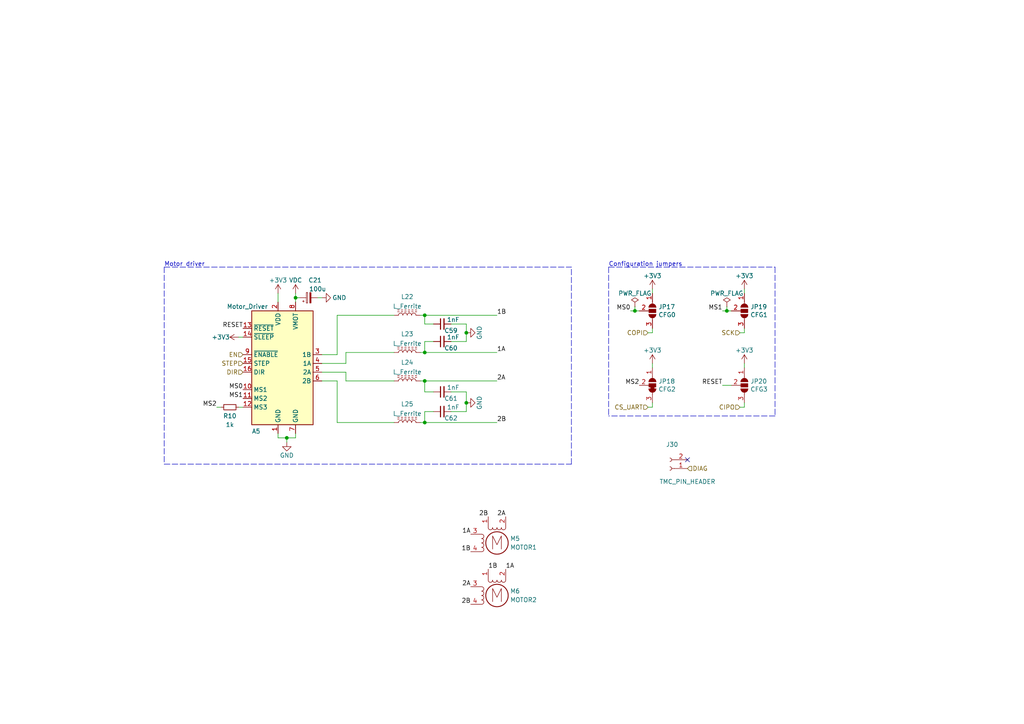
<source format=kicad_sch>
(kicad_sch (version 20211123) (generator eeschema)
  (paper "A4")
  (title_block (title "LumenPnP Motherboard") (date "2022-09-09") (rev "004A") (company "Opulo") (comment 1 "Reengineered by Magpie"))
  (lib_symbols
    (symbol "Connector:Conn_01x02_Female" (pin_names (offset 1.016) hide)
      (property "Reference" "J" (at 0 2.54 0))
      (property "Value" "Conn_01x02_Female" (at 0 -5.08 0))
      (symbol "Conn_01x02_Female_1_1"
        (arc (start 0 -2.032) (mid -0.508 -2.54) (end 0 -3.048) (stroke (width 0.1524)))
        (polyline (pts (xy -1.27 -2.54) (xy -0.508 -2.54)) (stroke (width 0.1524)))
        (polyline (pts (xy -1.27 0) (xy -0.508 0)) (stroke (width 0.1524)))
        (arc (start 0 0.508) (mid -0.508 0) (end 0 -0.508) (stroke (width 0.1524)))
        (pin passive line (at -5.08 0 0) (length 3.81) (name "Pin_1") (number "1"))
        (pin passive line (at -5.08 -2.54 0) (length 3.81) (name "Pin_2") (number "2"))
      )
    )
    (symbol "Device:C_Polarized_Small" (pin_numbers hide) (pin_names (offset 0.254) hide)
      (property "Reference" "C" (at 0.254 1.778 0))
      (property "Value" "C_Polarized_Small" (at 0.254 -2.032 0))
      (symbol "C_Polarized_Small_0_1"
        (rectangle (start -1.524 -0.3048) (end 1.524 -0.6858) (fill (type outline)))
        (rectangle (start -1.524 0.6858) (end 1.524 0.3048))
        (polyline (pts (xy -1.27 1.524) (xy -0.762 1.524)))
        (polyline (pts (xy -1.016 1.27) (xy -1.016 1.778)))
      )
      (symbol "C_Polarized_Small_1_1"
        (pin passive line (at 0 2.54 270) (length 1.8542) (name "~") (number "1"))
        (pin passive line (at 0 -2.54 90) (length 1.8542) (name "~") (number "2"))
      )
    )
    (symbol "Device:C_Small" (pin_numbers hide) (pin_names (offset 0.254) hide)
      (property "Reference" "C" (at 0.254 1.778 0))
      (property "Value" "C_Small" (at 0.254 -2.032 0))
      (symbol "C_Small_0_1"
        (polyline (pts (xy -1.524 -0.508) (xy 1.524 -0.508)) (stroke (width 0.3302)))
        (polyline (pts (xy -1.524 0.508) (xy 1.524 0.508)) (stroke (width 0.3048)))
      )
      (symbol "C_Small_1_1"
        (pin passive line (at 0 2.54 270) (length 2.032) (name "~") (number "1"))
        (pin passive line (at 0 -2.54 90) (length 2.032) (name "~") (number "2"))
      )
    )
    (symbol "Device:L_Ferrite" (pin_numbers hide) (pin_names (offset 1.016) hide)
      (property "Reference" "L" (at -1.27 0 90))
      (property "Value" "L_Ferrite" (at 2.794 0 90))
      (symbol "L_Ferrite_0_1"
        (arc (start 0 -2.54) (mid 0.635 -1.905) (end 0 -1.27))
        (arc (start 0 -1.27) (mid 0.635 -0.635) (end 0 0))
        (polyline (pts (xy 1.016 -2.794) (xy 1.016 -2.286)))
        (polyline (pts (xy 1.016 -1.778) (xy 1.016 -1.27)))
        (polyline (pts (xy 1.016 -0.762) (xy 1.016 -0.254)))
        (polyline (pts (xy 1.016 0.254) (xy 1.016 0.762)))
        (polyline (pts (xy 1.016 1.27) (xy 1.016 1.778)))
        (polyline (pts (xy 1.016 2.286) (xy 1.016 2.794)))
        (polyline (pts (xy 1.524 -2.286) (xy 1.524 -2.794)))
        (polyline (pts (xy 1.524 -1.27) (xy 1.524 -1.778)))
        (polyline (pts (xy 1.524 -0.254) (xy 1.524 -0.762)))
        (polyline (pts (xy 1.524 0.762) (xy 1.524 0.254)))
        (polyline (pts (xy 1.524 1.778) (xy 1.524 1.27)))
        (polyline (pts (xy 1.524 2.794) (xy 1.524 2.286)))
        (arc (start 0 0) (mid 0.635 0.635) (end 0 1.27))
        (arc (start 0 1.27) (mid 0.635 1.905) (end 0 2.54))
      )
      (symbol "L_Ferrite_1_1"
        (pin passive line (at 0 3.81 270) (length 1.27) (name "1") (number "1"))
        (pin passive line (at 0 -3.81 90) (length 1.27) (name "2") (number "2"))
      )
    )
    (symbol "Device:R_Small" (pin_numbers hide) (pin_names (offset 0.254) hide)
      (property "Reference" "R" (at 0.762 0.508 0))
      (property "Value" "R_Small" (at 0.762 -1.016 0))
      (symbol "R_Small_0_1"
        (rectangle (start -0.762 1.778) (end 0.762 -1.778) (stroke (width 0.2032)))
      )
      (symbol "R_Small_1_1"
        (pin passive line (at 0 2.54 270) (length 0.762) (name "~") (number "1"))
        (pin passive line (at 0 -2.54 90) (length 0.762) (name "~") (number "2"))
      )
    )
    (symbol "Driver_Motor:Pololu_Breakout_A4988"
      (property "Reference" "A" (at -2.54 19.05 0))
      (property "Value" "Pololu_Breakout_A4988" (at -2.54 16.51 0))
      (symbol "Pololu_Breakout_A4988_0_1"
        (rectangle (start 10.16 -17.78) (end -7.62 15.24) (stroke (width 0.254)) (fill (type background)))
      )
      (symbol "Pololu_Breakout_A4988_1_1"
        (pin power_in line (at 0 -20.32 90) (length 2.54) (name "GND") (number "1"))
        (pin input line (at -10.16 -7.62 0) (length 2.54) (name "MS1") (number "10"))
        (pin input line (at -10.16 -10.16 0) (length 2.54) (name "MS2") (number "11"))
        (pin input line (at -10.16 -12.7 0) (length 2.54) (name "MS3") (number "12"))
        (pin input line (at -10.16 10.16 0) (length 2.54) (name "~{RESET}") (number "13"))
        (pin input line (at -10.16 7.62 0) (length 2.54) (name "~{SLEEP}") (number "14"))
        (pin input line (at -10.16 0 0) (length 2.54) (name "STEP") (number "15"))
        (pin input line (at -10.16 -2.54 0) (length 2.54) (name "DIR") (number "16"))
        (pin power_in line (at 0 17.78 270) (length 2.54) (name "VDD") (number "2"))
        (pin output line (at 12.7 2.54 180) (length 2.54) (name "1B") (number "3"))
        (pin output line (at 12.7 0 180) (length 2.54) (name "1A") (number "4"))
        (pin output line (at 12.7 -2.54 180) (length 2.54) (name "2A") (number "5"))
        (pin output line (at 12.7 -5.08 180) (length 2.54) (name "2B") (number "6"))
        (pin power_in line (at 5.08 -20.32 90) (length 2.54) (name "GND") (number "7"))
        (pin power_in line (at 5.08 17.78 270) (length 2.54) (name "VMOT") (number "8"))
        (pin input line (at -10.16 2.54 0) (length 2.54) (name "~{ENABLE}") (number "9"))
      )
    )
    (symbol "Jumper:SolderJumper_3_Open" (pin_names (offset 0) hide)
      (property "Reference" "JP" (at -2.54 -2.54 0))
      (property "Value" "SolderJumper_3_Open" (at 0 2.794 0))
      (symbol "SolderJumper_3_Open_0_1"
        (arc (start -1.016 1.016) (mid -2.032 0) (end -1.016 -1.016))
        (arc (start -1.016 1.016) (mid -2.032 0) (end -1.016 -1.016) (fill (type outline)))
        (rectangle (start -0.508 1.016) (end 0.508 -1.016) (fill (type outline)))
        (polyline (pts (xy -2.54 0) (xy -2.032 0)))
        (polyline (pts (xy -1.016 1.016) (xy -1.016 -1.016)))
        (polyline (pts (xy 0 -1.27) (xy 0 -1.016)))
        (polyline (pts (xy 1.016 1.016) (xy 1.016 -1.016)))
        (polyline (pts (xy 2.54 0) (xy 2.032 0)))
        (arc (start 1.016 -1.016) (mid 2.032 0) (end 1.016 1.016))
        (arc (start 1.016 -1.016) (mid 2.032 0) (end 1.016 1.016) (fill (type outline)))
      )
      (symbol "SolderJumper_3_Open_1_1"
        (pin passive line (at -5.08 0 0) (length 2.54) (name "A") (number "1"))
        (pin passive line (at 0 -3.81 90) (length 2.54) (name "C") (number "2"))
        (pin passive line (at 5.08 0 180) (length 2.54) (name "B") (number "3"))
      )
    )
    (symbol "Motor:Stepper_Motor_bipolar" (pin_names (offset 0) hide)
      (property "Reference" "M" (at 3.81 2.54 0))
      (property "Value" "Stepper_Motor_bipolar" (at 3.81 1.27 0))
      (symbol "Stepper_Motor_bipolar_0_0"
        (polyline (pts (xy -1.27 -1.778) (xy -1.27 2.032) (xy 0 -0.508) (xy 1.27 2.032) (xy 1.27 -1.778)))
      )
      (symbol "Stepper_Motor_bipolar_0_1"
        (arc (start -4.445 -2.54) (mid -3.81 -1.905) (end -4.445 -1.27))
        (arc (start -4.445 -1.27) (mid -3.81 -0.635) (end -4.445 0))
        (arc (start -4.445 0) (mid -3.81 0.635) (end -4.445 1.27))
        (arc (start -4.445 1.27) (mid -3.81 1.905) (end -4.445 2.54))
        (arc (start -2.54 4.445) (mid -1.905 3.81) (end -1.27 4.445))
        (arc (start -1.27 4.445) (mid -0.635 3.81) (end 0 4.445))
        (polyline (pts (xy -5.08 -2.54) (xy -4.445 -2.54)))
        (polyline (pts (xy -5.08 2.54) (xy -4.445 2.54)))
        (polyline (pts (xy -2.54 5.08) (xy -2.54 4.445)))
        (polyline (pts (xy 2.54 5.08) (xy 2.54 4.445)))
        (circle (center 0 0) (radius 3.2512) (stroke (width 0.254)))
        (arc (start 0 4.445) (mid 0.635 3.81) (end 1.27 4.445))
        (arc (start 1.27 4.445) (mid 1.905 3.81) (end 2.54 4.445))
      )
      (symbol "Stepper_Motor_bipolar_1_1"
        (pin passive line (at -2.54 7.62 270) (length 2.54) (name "~") (number "1"))
        (pin passive line (at 2.54 7.62 270) (length 2.54) (name "-") (number "2"))
        (pin passive line (at -7.62 2.54 0) (length 2.54) (name "~") (number "3"))
        (pin passive line (at -7.62 -2.54 0) (length 2.54) (name "~") (number "4"))
      )
    )
    (symbol "index:SolderJumper_3_Bridged23" (pin_names (offset 0) hide)
      (property "Reference" "JP" (at -2.54 -2.54 0))
      (property "Value" "SolderJumper_3_Bridged23" (at 0 2.794 0))
      (symbol "SolderJumper_3_Bridged23_0_1"
        (rectangle (start -1.016 0.508) (end -0.508 -0.508) (fill (type outline)))
        (arc (start -1.016 1.016) (mid -2.032 0) (end -1.016 -1.016))
        (arc (start -1.016 1.016) (mid -2.032 0) (end -1.016 -1.016) (fill (type outline)))
        (rectangle (start -0.508 1.016) (end 0.508 -1.016) (fill (type outline)))
        (polyline (pts (xy -2.54 0) (xy -2.032 0)))
        (polyline (pts (xy -1.016 1.016) (xy -1.016 -1.016)))
        (polyline (pts (xy 0 -1.27) (xy 0 -1.016)))
        (polyline (pts (xy 1.016 1.016) (xy 1.016 -1.016)))
        (polyline (pts (xy 2.54 0) (xy 2.032 0)))
        (arc (start 1.016 -1.016) (mid 2.032 0) (end 1.016 1.016))
        (arc (start 1.016 -1.016) (mid 2.032 0) (end 1.016 1.016) (fill (type outline)))
      )
      (symbol "SolderJumper_3_Bridged23_1_1"
        (pin passive line (at 5.08 0 180) (length 2.54) (name "B") (number "1"))
        (pin input line (at 0 -3.81 90) (length 2.54) (name "C") (number "2"))
        (pin passive line (at -5.08 0 0) (length 2.54) (name "A") (number "3"))
      )
    )
    (symbol "power:+3.3V" (power) (pin_names (offset 0))
      (property "Value" "+3.3V" (at 0 3.556 0))
      (symbol "+3.3V_0_1"
        (polyline (pts (xy -0.762 1.27) (xy 0 2.54)))
        (polyline (pts (xy 0 0) (xy 0 2.54)))
        (polyline (pts (xy 0 2.54) (xy 0.762 1.27)))
      )
      (symbol "+3.3V_1_1"
        (pin power_in line (at 0 0 90) (length 0) hide (name "+3V3") (number "1"))
      )
    )
    (symbol "power:+3V3" (power) (pin_names (offset 0))
      (property "Value" "+3V3" (at 0 3.556 0))
      (symbol "+3V3_0_1"
        (polyline (pts (xy -0.762 1.27) (xy 0 2.54)))
        (polyline (pts (xy 0 0) (xy 0 2.54)))
        (polyline (pts (xy 0 2.54) (xy 0.762 1.27)))
      )
      (symbol "+3V3_1_1"
        (pin power_in line (at 0 0 90) (length 0) hide (name "+3V3") (number "1"))
      )
    )
    (symbol "power:GND" (power) (pin_names (offset 0))
      (property "Value" "GND" (at 0 -3.81 0))
      (symbol "GND_0_1"
        (polyline (pts (xy 0 0) (xy 0 -1.27) (xy 1.27 -1.27) (xy 0 -2.54) (xy -1.27 -1.27) (xy 0 -1.27)))
      )
      (symbol "GND_1_1"
        (pin power_in line (at 0 0 270) (length 0) hide (name "GND") (number "1"))
      )
    )
    (symbol "power:PWR_FLAG" (power) (pin_numbers hide) (pin_names (offset 0) hide)
      (property "Value" "PWR_FLAG" (at 0 3.81 0))
      (symbol "PWR_FLAG_0_0"
        (pin power_out line (at 0 0 90) (length 0) (name "pwr") (number "1"))
      )
      (symbol "PWR_FLAG_0_1"
        (polyline (pts (xy 0 0) (xy 0 1.27) (xy -1.016 1.905) (xy 0 2.54) (xy 1.016 1.905) (xy 0 1.27)))
      )
    )
    (symbol "power:VDC" (power) (pin_names (offset 0))
      (property "Value" "VDC" (at 0 6.35 0))
      (symbol "VDC_0_1"
        (polyline (pts (xy -0.762 1.27) (xy 0 2.54)))
        (polyline (pts (xy 0 0) (xy 0 2.54)))
        (polyline (pts (xy 0 2.54) (xy 0.762 1.27)))
      )
      (symbol "VDC_1_1"
        (pin power_in line (at 0 0 90) (length 0) hide (name "VDC") (number "1"))
      )
    )
  )
  (junction (at 123.19 91.44))
  (junction (at 135.255 96.52))
  (junction (at 135.255 116.84))
  (junction (at 83.185 127))
  (junction (at 123.19 102.235))
  (junction (at 123.19 110.49))
  (junction (at 123.19 122.555))
  (junction (at 85.725 86.36))
  (junction (at 184.15 90.17))
  (junction (at 210.82 90.17))
  (no_connect (at 199.39 133.35))
  (polyline (pts (xy 47.625 77.47) (xy 47.625 134.62)))
  (wire (pts (xy 189.23 118.11) (xy 189.23 116.84)))
  (wire (pts (xy 135.255 93.98) (xy 130.81 93.98)))
  (wire (pts (xy 100.33 107.95) (xy 100.33 110.49)))
  (wire (pts (xy 100.33 102.235) (xy 114.3 102.235)))
  (wire (pts (xy 123.19 102.235) (xy 144.145 102.235)))
  (wire (pts (xy 189.23 83.82) (xy 189.23 85.09)))
  (wire (pts (xy 189.23 105.41) (xy 189.23 106.68)))
  (polyline (pts (xy 165.735 134.62) (xy 165.735 77.47)))
  (wire (pts (xy 80.645 127) (xy 83.185 127)))
  (wire (pts (xy 123.19 122.555) (xy 123.19 119.38)))
  (wire (pts (xy 93.345 107.95) (xy 100.33 107.95)))
  (wire (pts (xy 123.19 119.38) (xy 125.73 119.38)))
  (wire (pts (xy 100.33 110.49) (xy 114.3 110.49)))
  (wire (pts (xy 187.96 118.11) (xy 189.23 118.11)))
  (wire (pts (xy 184.15 88.9) (xy 184.15 90.17)))
  (wire (pts (xy 121.92 122.555) (xy 123.19 122.555)))
  (wire (pts (xy 93.345 110.49) (xy 97.79 110.49)))
  (polyline (pts (xy 176.53 77.47) (xy 224.79 77.47)))
  (wire (pts (xy 97.79 102.87) (xy 97.79 91.44)))
  (wire (pts (xy 80.645 125.73) (xy 80.645 127)))
  (wire (pts (xy 135.255 113.665) (xy 135.255 116.84)))
  (wire (pts (xy 93.345 105.41) (xy 100.33 105.41)))
  (wire (pts (xy 214.63 118.11) (xy 215.9 118.11)))
  (wire (pts (xy 80.645 85.09) (xy 80.645 87.63)))
  (wire (pts (xy 123.19 93.98) (xy 125.73 93.98)))
  (wire (pts (xy 135.255 96.52) (xy 135.255 93.98)))
  (wire (pts (xy 85.725 85.09) (xy 85.725 86.36)))
  (wire (pts (xy 121.92 110.49) (xy 123.19 110.49)))
  (wire (pts (xy 135.255 99.06) (xy 135.255 96.52)))
  (wire (pts (xy 123.19 91.44) (xy 144.145 91.44)))
  (wire (pts (xy 123.19 102.235) (xy 123.19 99.06)))
  (wire (pts (xy 62.865 118.11) (xy 64.135 118.11)))
  (wire (pts (xy 97.79 110.49) (xy 97.79 122.555)))
  (wire (pts (xy 210.82 88.9) (xy 210.82 90.17)))
  (wire (pts (xy 85.725 86.36) (xy 86.995 86.36)))
  (wire (pts (xy 123.19 91.44) (xy 123.19 93.98)))
  (wire (pts (xy 100.33 105.41) (xy 100.33 102.235)))
  (wire (pts (xy 93.345 102.87) (xy 97.79 102.87)))
  (wire (pts (xy 123.19 113.665) (xy 125.73 113.665)))
  (wire (pts (xy 189.23 96.52) (xy 189.23 95.25)))
  (wire (pts (xy 135.255 119.38) (xy 130.81 119.38)))
  (wire (pts (xy 85.725 86.36) (xy 85.725 87.63)))
  (wire (pts (xy 130.81 113.665) (xy 135.255 113.665)))
  (polyline (pts (xy 224.79 120.65) (xy 176.53 120.65)))
  (wire (pts (xy 123.19 110.49) (xy 123.19 113.665)))
  (wire (pts (xy 83.185 127) (xy 83.185 128.27)))
  (wire (pts (xy 209.55 90.17) (xy 210.82 90.17)))
  (wire (pts (xy 187.96 96.52) (xy 189.23 96.52)))
  (wire (pts (xy 121.92 91.44) (xy 123.19 91.44)))
  (wire (pts (xy 184.15 90.17) (xy 185.42 90.17)))
  (wire (pts (xy 215.9 105.41) (xy 215.9 106.68)))
  (wire (pts (xy 215.9 96.52) (xy 215.9 95.25)))
  (polyline (pts (xy 47.625 77.47) (xy 165.735 77.47)))
  (wire (pts (xy 182.88 90.17) (xy 184.15 90.17)))
  (wire (pts (xy 215.9 83.82) (xy 215.9 85.09)))
  (wire (pts (xy 130.81 99.06) (xy 135.255 99.06)))
  (wire (pts (xy 214.63 96.52) (xy 215.9 96.52)))
  (wire (pts (xy 97.79 122.555) (xy 114.3 122.555)))
  (polyline (pts (xy 224.79 77.47) (xy 224.79 120.65)))
  (wire (pts (xy 85.725 125.73) (xy 85.725 127)))
  (wire (pts (xy 97.79 91.44) (xy 114.3 91.44)))
  (polyline (pts (xy 176.53 77.47) (xy 176.53 120.65)))
  (wire (pts (xy 69.215 97.79) (xy 70.485 97.79)))
  (wire (pts (xy 123.19 110.49) (xy 144.145 110.49)))
  (wire (pts (xy 83.185 127) (xy 85.725 127)))
  (wire (pts (xy 215.9 118.11) (xy 215.9 116.84)))
  (wire (pts (xy 121.92 102.235) (xy 123.19 102.235)))
  (polyline (pts (xy 47.625 134.62) (xy 165.735 134.62)))
  (wire (pts (xy 69.215 118.11) (xy 70.485 118.11)))
  (wire (pts (xy 123.19 122.555) (xy 144.145 122.555)))
  (wire (pts (xy 123.19 99.06) (xy 125.73 99.06)))
  (wire (pts (xy 92.075 86.36) (xy 93.345 86.36)))
  (wire (pts (xy 210.82 90.17) (xy 212.09 90.17)))
  (wire (pts (xy 135.255 116.84) (xy 135.255 119.38)))
  (wire (pts (xy 209.55 111.76) (xy 212.09 111.76)))
  (text "Configuration jumpers" (at 176.53 77.47 0) (effects (font (size 1.27 1.27)) (justify left bottom)))
  (text "Motor driver" (at 47.625 77.47 0) (effects (font (size 1.27 1.27)) (justify left bottom)))
  (label "2A" (at 144.145 110.49 0))
  (label "2B" (at 144.145 122.555 0))
  (label "2A" (at 136.525 170.18 180))
  (label "2B" (at 136.525 175.26 180))
  (label "RESET" (at 209.55 111.76 180))
  (label "MS2" (at 62.865 118.11 180))
  (label "MS2" (at 185.42 111.76 180))
  (label "1B" (at 144.145 91.44 0))
  (label "RESET" (at 70.485 95.25 180))
  (label "2A" (at 146.685 149.86 180))
  (label "1B" (at 136.525 160.02 180))
  (label "1A" (at 136.525 154.94 180))
  (label "MS0" (at 70.485 113.03 180))
  (label "MS1" (at 209.55 90.17 180))
  (label "2B" (at 141.605 149.86 180))
  (label "1A" (at 146.685 165.1 0))
  (label "1A" (at 144.145 102.235 0))
  (label "MS1" (at 70.485 115.57 180))
  (label "1B" (at 141.605 165.1 0))
  (label "MS0" (at 182.88 90.17 180))
  (hierarchical_label "DIR" (shape input) (at 70.485 107.95 180))
  (hierarchical_label "COPI" (shape input) (at 187.96 96.52 180))
  (hierarchical_label "SCK" (shape input) (at 214.63 96.52 180))
  (hierarchical_label "CIPO" (shape input) (at 214.63 118.11 180))
  (hierarchical_label "DIAG" (shape input) (at 199.39 135.89 0))
  (hierarchical_label "EN" (shape input) (at 70.485 102.87 180))
  (hierarchical_label "CS_UART" (shape input) (at 187.96 118.11 180))
  (hierarchical_label "STEP" (shape input) (at 70.485 105.41 180))
  (symbol (lib_id "power:+3V3") (at 80.645 85.09 0) (unit 1)
    (property "Reference" "#PWR066" (effects hide))
    (property "Value" "+3V3" (at 80.645 81.28 0))
  )
  (symbol (lib_id "power:GND") (at 83.185 128.27 0) (unit 1)
    (property "Reference" "#PWR067" (effects hide))
    (property "Value" "GND" (at 83.185 132.08 0))
  )
  (symbol (lib_id "power:+3.3V") (at 69.215 97.79 90) (unit 1)
    (property "Reference" "#PWR065" (effects hide))
    (property "Value" "+3.3V" (at 66.675 97.79 90) (effects (justify left)))
  )
  (symbol (lib_id "Motor:Stepper_Motor_bipolar") (at 144.145 172.72 0) (unit 1)
    (property "Reference" "M6" (at 147.955 171.45 0) (effects (justify left)))
    (property "Value" "MOTOR2" (at 147.955 173.99 0) (effects (justify left)))
    (property "Footprint" "Connector_JST:JST_XH_B4B-XH-A_1x04_P2.50mm_Vertical" (effects hide))
    (property "Datasheet" "http://www.infineon.com/dgdl/Application-Note-TLE8110EE_driving_UniPolarStepperMotor_V1.1.pdf?fileId=db3a30431be39b97011be5d0aa0a00b0" (effects hide))
    (property "LCSC" "C37815" (effects hide))
    (property "JLCPCB" "C37815" (effects hide))
    (property "Digikey" "455-2249-ND" (effects hide))
  )
  (symbol (lib_id "Motor:Stepper_Motor_bipolar") (at 144.145 157.48 0) (unit 1)
    (property "Reference" "M5" (at 147.955 156.21 0) (effects (justify left)))
    (property "Value" "MOTOR1" (at 147.955 158.75 0) (effects (justify left)))
    (property "Footprint" "Connector_JST:JST_XH_B4B-XH-A_1x04_P2.50mm_Vertical" (effects hide))
    (property "Datasheet" "http://www.infineon.com/dgdl/Application-Note-TLE8110EE_driving_UniPolarStepperMotor_V1.1.pdf?fileId=db3a30431be39b97011be5d0aa0a00b0" (effects hide))
    (property "LCSC" "C37815" (effects hide))
    (property "JLCPCB" "C37815" (effects hide))
    (property "Digikey" "455-2249-ND" (effects hide))
  )
  (symbol (lib_id "Driver_Motor:Pololu_Breakout_A4988") (at 80.645 105.41 0) (unit 1)
    (property "Reference" "A5" (at 74.295 125.095 0))
    (property "Value" "Motor_Driver" (at 71.755 88.9 0))
    (property "Footprint" "Module:Pololu_Breakout-16_15.2x20.3mm" (effects hide))
    (property "Datasheet" "https://www.pololu.com/product/2980/pictures" (effects hide))
  )
  (symbol (lib_id "power:VDC") (at 85.725 85.09 0) (unit 1)
    (property "Reference" "#PWR068" (effects hide))
    (property "Value" "VDC" (at 85.725 81.28 0))
  )
  (symbol (lib_id "Device:C_Polarized_Small") (at 89.535 86.36 90) (unit 1)
    (property "Reference" "C21" (at 93.345 81.28 90) (effects (justify left)))
    (property "Value" "100u" (at 94.615 83.82 90) (effects (justify left)))
    (property "Footprint" "Capacitor_SMD:CP_Elec_6.3x7.7" (effects hide))
    (property "Digikey" "493-2203-1-ND" (effects hide))
    (property "JLCPCB" "C99837" (effects hide))
    (property "LCSC" "C3339" (effects hide))
    (property "Mouser" "647-UWT1V101MCL1S" (effects hide))
  )
  (symbol (lib_id "power:GND") (at 93.345 86.36 90) (unit 1)
    (property "Reference" "#PWR072" (effects hide))
    (property "Value" "GND" (at 98.425 86.36 90))
  )
  (symbol (lib_id "power:+3.3V") (at 215.9 105.41 0) (unit 1)
    (property "Reference" "#PWR070" (effects hide))
    (property "Value" "+3.3V" (at 215.9 101.6 0))
  )
  (symbol (lib_id "power:+3.3V") (at 189.23 83.82 0) (unit 1)
    (property "Reference" "#PWR063" (effects hide))
    (property "Value" "+3.3V" (at 189.23 80.01 0))
  )
  (symbol (lib_id "power:+3.3V") (at 215.9 83.82 0) (unit 1)
    (property "Reference" "#PWR069" (effects hide))
    (property "Value" "+3.3V" (at 215.9 80.01 0))
  )
  (symbol (lib_id "power:+3.3V") (at 189.23 105.41 0) (unit 1)
    (property "Reference" "#PWR064" (effects hide))
    (property "Value" "+3.3V" (at 189.23 101.6 0))
  )
  (symbol (lib_id "Jumper:SolderJumper_3_Open") (at 189.23 90.17 270) (unit 1)
    (property "Reference" "JP17" (at 190.9572 89.0016 90) (effects (justify left)))
    (property "Value" "CFG0" (at 190.9572 91.313 90) (effects (justify left)))
    (property "Footprint" "Jumper:SolderJumper-3_P1.3mm_Open_RoundedPad1.0x1.5mm" (effects hide))
  )
  (symbol (lib_id "Jumper:SolderJumper_3_Open") (at 215.9 90.17 270) (unit 1)
    (property "Reference" "JP19" (at 217.6272 89.0016 90) (effects (justify left)))
    (property "Value" "CFG1" (at 217.6272 91.313 90) (effects (justify left)))
    (property "Footprint" "Jumper:SolderJumper-3_P1.3mm_Open_RoundedPad1.0x1.5mm" (effects hide))
  )
  (symbol (lib_id "Device:R_Small") (at 66.675 118.11 270) (unit 1)
    (property "Reference" "R10" (at 66.675 120.65 90))
    (property "Value" "1k" (at 66.675 123.19 90))
    (property "Footprint" "Resistor_SMD:R_0805_2012Metric" (effects hide))
    (property "JLCPCB" "C17513" (effects hide))
    (property "LCSC" "C17513" (effects hide))
  )
  (symbol (lib_id "index:SolderJumper_3_Bridged23") (at 189.23 111.76 270) (mirror x) (unit 1)
    (property "Reference" "JP18" (at 190.9572 110.5916 90) (effects (justify left)))
    (property "Value" "CFG2" (at 190.9572 112.903 90) (effects (justify left)))
    (property "Footprint" "index:SolderJumper-3_P1.3mm_Bridged23_RoundedPad1.0x1.5mm" (effects hide))
  )
  (symbol (lib_id "power:PWR_FLAG") (at 210.82 88.9 0) (unit 1)
    (property "Reference" "#FLG06" (effects hide))
    (property "Value" "PWR_FLAG" (at 210.82 85.09 0))
  )
  (symbol (lib_id "power:PWR_FLAG") (at 184.15 88.9 0) (unit 1)
    (property "Reference" "#FLG05" (effects hide))
    (property "Value" "PWR_FLAG" (at 184.15 85.09 0))
  )
  (symbol (lib_id "Device:C_Small") (at 128.27 93.98 90) (unit 1)
    (property "Reference" "C59" (at 130.81 95.885 90))
    (property "Value" "1nF" (at 131.445 92.71 90))
    (property "Footprint" "Capacitor_SMD:C_0805_2012Metric" (effects hide))
  )
  (symbol (lib_id "Device:L_Ferrite") (at 118.11 122.555 90) (unit 1)
    (property "Reference" "L25" (at 118.11 117.1915 90))
    (property "Value" "L_Ferrite" (at 118.11 119.9666 90))
    (property "Footprint" "Inductor_SMD:L_0805_2012Metric" (effects hide))
  )
  (symbol (lib_id "Connector:Conn_01x02_Female") (at 194.31 135.89 180) (unit 1)
    (property "Reference" "J30" (at 194.945 128.9263 0))
    (property "Value" "TMC_PIN_HEADER" (at 199.39 139.7 0))
    (property "Footprint" "Connector_PinSocket_2.54mm:PinSocket_1x02_P2.54mm_Vertical" (effects hide))
  )
  (symbol (lib_id "Device:C_Small") (at 128.27 113.665 90) (unit 1)
    (property "Reference" "C61" (at 130.81 115.57 90))
    (property "Value" "1nF" (at 131.445 112.395 90))
    (property "Footprint" "Capacitor_SMD:C_0805_2012Metric" (effects hide))
  )
  (symbol (lib_id "Device:L_Ferrite") (at 118.11 102.235 90) (unit 1)
    (property "Reference" "L23" (at 118.11 96.8715 90))
    (property "Value" "L_Ferrite" (at 118.11 99.6466 90))
    (property "Footprint" "Inductor_SMD:L_0805_2012Metric" (effects hide))
  )
  (symbol (lib_id "Device:L_Ferrite") (at 118.11 91.44 90) (unit 1)
    (property "Reference" "L22" (at 118.11 86.0765 90))
    (property "Value" "L_Ferrite" (at 118.11 88.8516 90))
    (property "Footprint" "Inductor_SMD:L_0805_2012Metric" (effects hide))
  )
  (symbol (lib_id "Device:L_Ferrite") (at 118.11 110.49 90) (unit 1)
    (property "Reference" "L24" (at 118.11 105.1265 90))
    (property "Value" "L_Ferrite" (at 118.11 107.9016 90))
    (property "Footprint" "Inductor_SMD:L_0805_2012Metric" (effects hide))
  )
  (symbol (lib_id "Device:C_Small") (at 128.27 119.38 90) (unit 1)
    (property "Reference" "C62" (at 130.81 121.285 90))
    (property "Value" "1nF" (at 131.445 118.11 90))
    (property "Footprint" "Capacitor_SMD:C_0805_2012Metric" (effects hide))
  )
  (symbol (lib_id "power:GND") (at 135.255 116.84 90) (unit 1)
    (property "Reference" "#PWR0129" (effects hide))
    (property "Value" "GND" (at 139.065 116.84 0))
  )
  (symbol (lib_id "power:GND") (at 135.255 96.52 90) (unit 1)
    (property "Reference" "#PWR0130" (effects hide))
    (property "Value" "GND" (at 139.065 96.52 0))
  )
  (symbol (lib_id "Device:C_Small") (at 128.27 99.06 90) (unit 1)
    (property "Reference" "C60" (at 130.81 100.965 90))
    (property "Value" "1nF" (at 131.445 97.79 90))
    (property "Footprint" "Capacitor_SMD:C_0805_2012Metric" (effects hide))
  )
  (symbol (lib_id "Jumper:SolderJumper_3_Open") (at 215.9 111.76 270) (unit 1)
    (property "Reference" "JP20" (at 217.6272 110.5916 90) (effects (justify left)))
    (property "Value" "CFG3" (at 217.6272 112.903 90) (effects (justify left)))
    (property "Footprint" "Jumper:SolderJumper-3_P1.3mm_Open_RoundedPad1.0x1.5mm" (effects hide))
  )
)
</source>
